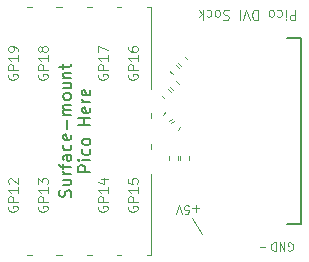
<source format=gbr>
%TF.GenerationSoftware,KiCad,Pcbnew,(5.1.9)-1*%
%TF.CreationDate,2021-02-17T22:30:47-05:00*%
%TF.ProjectId,dvi-sock,6476692d-736f-4636-9b2e-6b696361645f,rev?*%
%TF.SameCoordinates,Original*%
%TF.FileFunction,Legend,Top*%
%TF.FilePolarity,Positive*%
%FSLAX46Y46*%
G04 Gerber Fmt 4.6, Leading zero omitted, Abs format (unit mm)*
G04 Created by KiCad (PCBNEW (5.1.9)-1) date 2021-02-17 22:30:47*
%MOMM*%
%LPD*%
G01*
G04 APERTURE LIST*
%ADD10C,0.120000*%
%ADD11C,0.150000*%
G04 APERTURE END LIST*
D10*
X149000000Y-95500000D02*
X149400000Y-95500000D01*
X154400000Y-74500000D02*
X154100000Y-74500000D01*
X151500000Y-95500000D02*
X151900000Y-95500000D01*
X154400000Y-81400000D02*
X154400000Y-74500000D01*
X143900000Y-95500000D02*
X144300000Y-95500000D01*
X163600000Y-94800000D02*
X164100000Y-94800000D01*
X144300000Y-74500000D02*
X143900000Y-74500000D01*
X154400000Y-86100000D02*
X154400000Y-86500000D01*
X151900000Y-74500000D02*
X151500000Y-74500000D01*
X154400000Y-88600000D02*
X154400000Y-95500000D01*
X146900000Y-74500000D02*
X146400000Y-74500000D01*
X149400000Y-74500000D02*
X149000000Y-74500000D01*
X158750000Y-93750000D02*
X157900000Y-92400000D01*
X154400000Y-83500000D02*
X154400000Y-83900000D01*
X154400000Y-95500000D02*
X154100000Y-95500000D01*
X146400000Y-95500000D02*
X146900000Y-95500000D01*
X166637140Y-74732860D02*
X166637140Y-75632860D01*
X166637140Y-75632860D02*
X166332380Y-75632860D01*
X166332380Y-75632860D02*
X166256190Y-75590000D01*
X166256190Y-75590000D02*
X166218100Y-75547140D01*
X166218100Y-75547140D02*
X166180000Y-75461430D01*
X166180000Y-75461430D02*
X166180000Y-75332860D01*
X166180000Y-75332860D02*
X166218100Y-75247140D01*
X166218100Y-75247140D02*
X166256190Y-75204290D01*
X166256190Y-75204290D02*
X166332380Y-75161430D01*
X166332380Y-75161430D02*
X166637140Y-75161430D01*
X165837140Y-74732860D02*
X165837140Y-75332860D01*
X165837140Y-75632860D02*
X165875240Y-75590000D01*
X165875240Y-75590000D02*
X165837140Y-75547140D01*
X165837140Y-75547140D02*
X165799050Y-75590000D01*
X165799050Y-75590000D02*
X165837140Y-75632860D01*
X165837140Y-75632860D02*
X165837140Y-75547140D01*
X165113330Y-74775710D02*
X165189520Y-74732860D01*
X165189520Y-74732860D02*
X165341900Y-74732860D01*
X165341900Y-74732860D02*
X165418100Y-74775710D01*
X165418100Y-74775710D02*
X165456190Y-74818570D01*
X165456190Y-74818570D02*
X165494290Y-74904290D01*
X165494290Y-74904290D02*
X165494290Y-75161430D01*
X165494290Y-75161430D02*
X165456190Y-75247140D01*
X165456190Y-75247140D02*
X165418100Y-75290000D01*
X165418100Y-75290000D02*
X165341900Y-75332860D01*
X165341900Y-75332860D02*
X165189520Y-75332860D01*
X165189520Y-75332860D02*
X165113330Y-75290000D01*
X164656190Y-74732860D02*
X164732380Y-74775710D01*
X164732380Y-74775710D02*
X164770480Y-74818570D01*
X164770480Y-74818570D02*
X164808570Y-74904290D01*
X164808570Y-74904290D02*
X164808570Y-75161430D01*
X164808570Y-75161430D02*
X164770480Y-75247140D01*
X164770480Y-75247140D02*
X164732380Y-75290000D01*
X164732380Y-75290000D02*
X164656190Y-75332860D01*
X164656190Y-75332860D02*
X164541900Y-75332860D01*
X164541900Y-75332860D02*
X164465710Y-75290000D01*
X164465710Y-75290000D02*
X164427620Y-75247140D01*
X164427620Y-75247140D02*
X164389520Y-75161430D01*
X164389520Y-75161430D02*
X164389520Y-74904290D01*
X164389520Y-74904290D02*
X164427620Y-74818570D01*
X164427620Y-74818570D02*
X164465710Y-74775710D01*
X164465710Y-74775710D02*
X164541900Y-74732860D01*
X164541900Y-74732860D02*
X164656190Y-74732860D01*
X163437140Y-74732860D02*
X163437140Y-75632860D01*
X163437140Y-75632860D02*
X163246670Y-75632860D01*
X163246670Y-75632860D02*
X163132380Y-75590000D01*
X163132380Y-75590000D02*
X163056190Y-75504290D01*
X163056190Y-75504290D02*
X163018100Y-75418570D01*
X163018100Y-75418570D02*
X162980000Y-75247140D01*
X162980000Y-75247140D02*
X162980000Y-75118570D01*
X162980000Y-75118570D02*
X163018100Y-74947140D01*
X163018100Y-74947140D02*
X163056190Y-74861430D01*
X163056190Y-74861430D02*
X163132380Y-74775710D01*
X163132380Y-74775710D02*
X163246670Y-74732860D01*
X163246670Y-74732860D02*
X163437140Y-74732860D01*
X162751430Y-75632860D02*
X162484760Y-74732860D01*
X162484760Y-74732860D02*
X162218100Y-75632860D01*
X161951430Y-74732860D02*
X161951430Y-75632860D01*
X160999050Y-74775710D02*
X160884760Y-74732860D01*
X160884760Y-74732860D02*
X160694290Y-74732860D01*
X160694290Y-74732860D02*
X160618100Y-74775710D01*
X160618100Y-74775710D02*
X160580000Y-74818570D01*
X160580000Y-74818570D02*
X160541900Y-74904290D01*
X160541900Y-74904290D02*
X160541900Y-74990000D01*
X160541900Y-74990000D02*
X160580000Y-75075710D01*
X160580000Y-75075710D02*
X160618100Y-75118570D01*
X160618100Y-75118570D02*
X160694290Y-75161430D01*
X160694290Y-75161430D02*
X160846670Y-75204290D01*
X160846670Y-75204290D02*
X160922860Y-75247140D01*
X160922860Y-75247140D02*
X160960950Y-75290000D01*
X160960950Y-75290000D02*
X160999050Y-75375710D01*
X160999050Y-75375710D02*
X160999050Y-75461430D01*
X160999050Y-75461430D02*
X160960950Y-75547140D01*
X160960950Y-75547140D02*
X160922860Y-75590000D01*
X160922860Y-75590000D02*
X160846670Y-75632860D01*
X160846670Y-75632860D02*
X160656190Y-75632860D01*
X160656190Y-75632860D02*
X160541900Y-75590000D01*
X160084760Y-74732860D02*
X160160950Y-74775710D01*
X160160950Y-74775710D02*
X160199050Y-74818570D01*
X160199050Y-74818570D02*
X160237140Y-74904290D01*
X160237140Y-74904290D02*
X160237140Y-75161430D01*
X160237140Y-75161430D02*
X160199050Y-75247140D01*
X160199050Y-75247140D02*
X160160950Y-75290000D01*
X160160950Y-75290000D02*
X160084760Y-75332860D01*
X160084760Y-75332860D02*
X159970480Y-75332860D01*
X159970480Y-75332860D02*
X159894290Y-75290000D01*
X159894290Y-75290000D02*
X159856190Y-75247140D01*
X159856190Y-75247140D02*
X159818100Y-75161430D01*
X159818100Y-75161430D02*
X159818100Y-74904290D01*
X159818100Y-74904290D02*
X159856190Y-74818570D01*
X159856190Y-74818570D02*
X159894290Y-74775710D01*
X159894290Y-74775710D02*
X159970480Y-74732860D01*
X159970480Y-74732860D02*
X160084760Y-74732860D01*
X159132380Y-74775710D02*
X159208570Y-74732860D01*
X159208570Y-74732860D02*
X159360950Y-74732860D01*
X159360950Y-74732860D02*
X159437140Y-74775710D01*
X159437140Y-74775710D02*
X159475240Y-74818570D01*
X159475240Y-74818570D02*
X159513330Y-74904290D01*
X159513330Y-74904290D02*
X159513330Y-75161430D01*
X159513330Y-75161430D02*
X159475240Y-75247140D01*
X159475240Y-75247140D02*
X159437140Y-75290000D01*
X159437140Y-75290000D02*
X159360950Y-75332860D01*
X159360950Y-75332860D02*
X159208570Y-75332860D01*
X159208570Y-75332860D02*
X159132380Y-75290000D01*
X158789520Y-74732860D02*
X158789520Y-75632860D01*
X158713330Y-75075710D02*
X158484760Y-74732860D01*
X158484760Y-75332860D02*
X158789520Y-74990000D01*
X149968000Y-80200380D02*
X149929900Y-80276570D01*
X149929900Y-80276570D02*
X149929900Y-80390860D01*
X149929900Y-80390860D02*
X149968000Y-80505140D01*
X149968000Y-80505140D02*
X150044190Y-80581330D01*
X150044190Y-80581330D02*
X150120380Y-80619430D01*
X150120380Y-80619430D02*
X150272760Y-80657520D01*
X150272760Y-80657520D02*
X150387050Y-80657520D01*
X150387050Y-80657520D02*
X150539430Y-80619430D01*
X150539430Y-80619430D02*
X150615620Y-80581330D01*
X150615620Y-80581330D02*
X150691810Y-80505140D01*
X150691810Y-80505140D02*
X150729900Y-80390860D01*
X150729900Y-80390860D02*
X150729900Y-80314670D01*
X150729900Y-80314670D02*
X150691810Y-80200380D01*
X150691810Y-80200380D02*
X150653710Y-80162290D01*
X150653710Y-80162290D02*
X150387050Y-80162290D01*
X150387050Y-80162290D02*
X150387050Y-80314670D01*
X150729900Y-79819430D02*
X149929900Y-79819430D01*
X149929900Y-79819430D02*
X149929900Y-79514670D01*
X149929900Y-79514670D02*
X149968000Y-79438480D01*
X149968000Y-79438480D02*
X150006100Y-79400380D01*
X150006100Y-79400380D02*
X150082290Y-79362290D01*
X150082290Y-79362290D02*
X150196570Y-79362290D01*
X150196570Y-79362290D02*
X150272760Y-79400380D01*
X150272760Y-79400380D02*
X150310860Y-79438480D01*
X150310860Y-79438480D02*
X150348950Y-79514670D01*
X150348950Y-79514670D02*
X150348950Y-79819430D01*
X150729900Y-78600380D02*
X150729900Y-79057520D01*
X150729900Y-78828950D02*
X149929900Y-78828950D01*
X149929900Y-78828950D02*
X150044190Y-78905140D01*
X150044190Y-78905140D02*
X150120380Y-78981330D01*
X150120380Y-78981330D02*
X150158480Y-79057520D01*
X149929900Y-78333710D02*
X149929900Y-77800380D01*
X149929900Y-77800380D02*
X150729900Y-78143240D01*
X158450000Y-91550000D02*
X157916670Y-91550000D01*
X158183330Y-91283330D02*
X158183330Y-91816670D01*
X157250000Y-91983330D02*
X157583330Y-91983330D01*
X157583330Y-91983330D02*
X157616670Y-91650000D01*
X157616670Y-91650000D02*
X157583330Y-91683330D01*
X157583330Y-91683330D02*
X157516670Y-91716670D01*
X157516670Y-91716670D02*
X157350000Y-91716670D01*
X157350000Y-91716670D02*
X157283330Y-91683330D01*
X157283330Y-91683330D02*
X157250000Y-91650000D01*
X157250000Y-91650000D02*
X157216670Y-91583330D01*
X157216670Y-91583330D02*
X157216670Y-91416670D01*
X157216670Y-91416670D02*
X157250000Y-91350000D01*
X157250000Y-91350000D02*
X157283330Y-91316670D01*
X157283330Y-91316670D02*
X157350000Y-91283330D01*
X157350000Y-91283330D02*
X157516670Y-91283330D01*
X157516670Y-91283330D02*
X157583330Y-91316670D01*
X157583330Y-91316670D02*
X157616670Y-91350000D01*
X157016670Y-91983330D02*
X156783330Y-91283330D01*
X156783330Y-91283330D02*
X156550000Y-91983330D01*
X152508000Y-80200380D02*
X152469900Y-80276570D01*
X152469900Y-80276570D02*
X152469900Y-80390860D01*
X152469900Y-80390860D02*
X152508000Y-80505140D01*
X152508000Y-80505140D02*
X152584190Y-80581330D01*
X152584190Y-80581330D02*
X152660380Y-80619430D01*
X152660380Y-80619430D02*
X152812760Y-80657520D01*
X152812760Y-80657520D02*
X152927050Y-80657520D01*
X152927050Y-80657520D02*
X153079430Y-80619430D01*
X153079430Y-80619430D02*
X153155620Y-80581330D01*
X153155620Y-80581330D02*
X153231810Y-80505140D01*
X153231810Y-80505140D02*
X153269900Y-80390860D01*
X153269900Y-80390860D02*
X153269900Y-80314670D01*
X153269900Y-80314670D02*
X153231810Y-80200380D01*
X153231810Y-80200380D02*
X153193710Y-80162290D01*
X153193710Y-80162290D02*
X152927050Y-80162290D01*
X152927050Y-80162290D02*
X152927050Y-80314670D01*
X153269900Y-79819430D02*
X152469900Y-79819430D01*
X152469900Y-79819430D02*
X152469900Y-79514670D01*
X152469900Y-79514670D02*
X152508000Y-79438480D01*
X152508000Y-79438480D02*
X152546100Y-79400380D01*
X152546100Y-79400380D02*
X152622290Y-79362290D01*
X152622290Y-79362290D02*
X152736570Y-79362290D01*
X152736570Y-79362290D02*
X152812760Y-79400380D01*
X152812760Y-79400380D02*
X152850860Y-79438480D01*
X152850860Y-79438480D02*
X152888950Y-79514670D01*
X152888950Y-79514670D02*
X152888950Y-79819430D01*
X153269900Y-78600380D02*
X153269900Y-79057520D01*
X153269900Y-78828950D02*
X152469900Y-78828950D01*
X152469900Y-78828950D02*
X152584190Y-78905140D01*
X152584190Y-78905140D02*
X152660380Y-78981330D01*
X152660380Y-78981330D02*
X152698480Y-79057520D01*
X152469900Y-77914670D02*
X152469900Y-78067050D01*
X152469900Y-78067050D02*
X152508000Y-78143240D01*
X152508000Y-78143240D02*
X152546100Y-78181330D01*
X152546100Y-78181330D02*
X152660380Y-78257520D01*
X152660380Y-78257520D02*
X152812760Y-78295620D01*
X152812760Y-78295620D02*
X153117520Y-78295620D01*
X153117520Y-78295620D02*
X153193710Y-78257520D01*
X153193710Y-78257520D02*
X153231810Y-78219430D01*
X153231810Y-78219430D02*
X153269900Y-78143240D01*
X153269900Y-78143240D02*
X153269900Y-77990860D01*
X153269900Y-77990860D02*
X153231810Y-77914670D01*
X153231810Y-77914670D02*
X153193710Y-77876570D01*
X153193710Y-77876570D02*
X153117520Y-77838480D01*
X153117520Y-77838480D02*
X152927050Y-77838480D01*
X152927050Y-77838480D02*
X152850860Y-77876570D01*
X152850860Y-77876570D02*
X152812760Y-77914670D01*
X152812760Y-77914670D02*
X152774670Y-77990860D01*
X152774670Y-77990860D02*
X152774670Y-78143240D01*
X152774670Y-78143240D02*
X152812760Y-78219430D01*
X152812760Y-78219430D02*
X152850860Y-78257520D01*
X152850860Y-78257520D02*
X152927050Y-78295620D01*
X142348000Y-80200380D02*
X142309900Y-80276570D01*
X142309900Y-80276570D02*
X142309900Y-80390860D01*
X142309900Y-80390860D02*
X142348000Y-80505140D01*
X142348000Y-80505140D02*
X142424190Y-80581330D01*
X142424190Y-80581330D02*
X142500380Y-80619430D01*
X142500380Y-80619430D02*
X142652760Y-80657520D01*
X142652760Y-80657520D02*
X142767050Y-80657520D01*
X142767050Y-80657520D02*
X142919430Y-80619430D01*
X142919430Y-80619430D02*
X142995620Y-80581330D01*
X142995620Y-80581330D02*
X143071810Y-80505140D01*
X143071810Y-80505140D02*
X143109900Y-80390860D01*
X143109900Y-80390860D02*
X143109900Y-80314670D01*
X143109900Y-80314670D02*
X143071810Y-80200380D01*
X143071810Y-80200380D02*
X143033710Y-80162290D01*
X143033710Y-80162290D02*
X142767050Y-80162290D01*
X142767050Y-80162290D02*
X142767050Y-80314670D01*
X143109900Y-79819430D02*
X142309900Y-79819430D01*
X142309900Y-79819430D02*
X142309900Y-79514670D01*
X142309900Y-79514670D02*
X142348000Y-79438480D01*
X142348000Y-79438480D02*
X142386100Y-79400380D01*
X142386100Y-79400380D02*
X142462290Y-79362290D01*
X142462290Y-79362290D02*
X142576570Y-79362290D01*
X142576570Y-79362290D02*
X142652760Y-79400380D01*
X142652760Y-79400380D02*
X142690860Y-79438480D01*
X142690860Y-79438480D02*
X142728950Y-79514670D01*
X142728950Y-79514670D02*
X142728950Y-79819430D01*
X143109900Y-78600380D02*
X143109900Y-79057520D01*
X143109900Y-78828950D02*
X142309900Y-78828950D01*
X142309900Y-78828950D02*
X142424190Y-78905140D01*
X142424190Y-78905140D02*
X142500380Y-78981330D01*
X142500380Y-78981330D02*
X142538480Y-79057520D01*
X143109900Y-78219430D02*
X143109900Y-78067050D01*
X143109900Y-78067050D02*
X143071810Y-77990860D01*
X143071810Y-77990860D02*
X143033710Y-77952760D01*
X143033710Y-77952760D02*
X142919430Y-77876570D01*
X142919430Y-77876570D02*
X142767050Y-77838480D01*
X142767050Y-77838480D02*
X142462290Y-77838480D01*
X142462290Y-77838480D02*
X142386100Y-77876570D01*
X142386100Y-77876570D02*
X142348000Y-77914670D01*
X142348000Y-77914670D02*
X142309900Y-77990860D01*
X142309900Y-77990860D02*
X142309900Y-78143240D01*
X142309900Y-78143240D02*
X142348000Y-78219430D01*
X142348000Y-78219430D02*
X142386100Y-78257520D01*
X142386100Y-78257520D02*
X142462290Y-78295620D01*
X142462290Y-78295620D02*
X142652760Y-78295620D01*
X142652760Y-78295620D02*
X142728950Y-78257520D01*
X142728950Y-78257520D02*
X142767050Y-78219430D01*
X142767050Y-78219430D02*
X142805140Y-78143240D01*
X142805140Y-78143240D02*
X142805140Y-77990860D01*
X142805140Y-77990860D02*
X142767050Y-77914670D01*
X142767050Y-77914670D02*
X142728950Y-77876570D01*
X142728950Y-77876570D02*
X142652760Y-77838480D01*
X152508000Y-91376380D02*
X152469900Y-91452570D01*
X152469900Y-91452570D02*
X152469900Y-91566860D01*
X152469900Y-91566860D02*
X152508000Y-91681140D01*
X152508000Y-91681140D02*
X152584190Y-91757330D01*
X152584190Y-91757330D02*
X152660380Y-91795430D01*
X152660380Y-91795430D02*
X152812760Y-91833520D01*
X152812760Y-91833520D02*
X152927050Y-91833520D01*
X152927050Y-91833520D02*
X153079430Y-91795430D01*
X153079430Y-91795430D02*
X153155620Y-91757330D01*
X153155620Y-91757330D02*
X153231810Y-91681140D01*
X153231810Y-91681140D02*
X153269900Y-91566860D01*
X153269900Y-91566860D02*
X153269900Y-91490670D01*
X153269900Y-91490670D02*
X153231810Y-91376380D01*
X153231810Y-91376380D02*
X153193710Y-91338290D01*
X153193710Y-91338290D02*
X152927050Y-91338290D01*
X152927050Y-91338290D02*
X152927050Y-91490670D01*
X153269900Y-90995430D02*
X152469900Y-90995430D01*
X152469900Y-90995430D02*
X152469900Y-90690670D01*
X152469900Y-90690670D02*
X152508000Y-90614480D01*
X152508000Y-90614480D02*
X152546100Y-90576380D01*
X152546100Y-90576380D02*
X152622290Y-90538290D01*
X152622290Y-90538290D02*
X152736570Y-90538290D01*
X152736570Y-90538290D02*
X152812760Y-90576380D01*
X152812760Y-90576380D02*
X152850860Y-90614480D01*
X152850860Y-90614480D02*
X152888950Y-90690670D01*
X152888950Y-90690670D02*
X152888950Y-90995430D01*
X153269900Y-89776380D02*
X153269900Y-90233520D01*
X153269900Y-90004950D02*
X152469900Y-90004950D01*
X152469900Y-90004950D02*
X152584190Y-90081140D01*
X152584190Y-90081140D02*
X152660380Y-90157330D01*
X152660380Y-90157330D02*
X152698480Y-90233520D01*
X152469900Y-89052570D02*
X152469900Y-89433520D01*
X152469900Y-89433520D02*
X152850860Y-89471620D01*
X152850860Y-89471620D02*
X152812760Y-89433520D01*
X152812760Y-89433520D02*
X152774670Y-89357330D01*
X152774670Y-89357330D02*
X152774670Y-89166860D01*
X152774670Y-89166860D02*
X152812760Y-89090670D01*
X152812760Y-89090670D02*
X152850860Y-89052570D01*
X152850860Y-89052570D02*
X152927050Y-89014480D01*
X152927050Y-89014480D02*
X153117520Y-89014480D01*
X153117520Y-89014480D02*
X153193710Y-89052570D01*
X153193710Y-89052570D02*
X153231810Y-89090670D01*
X153231810Y-89090670D02*
X153269900Y-89166860D01*
X153269900Y-89166860D02*
X153269900Y-89357330D01*
X153269900Y-89357330D02*
X153231810Y-89433520D01*
X153231810Y-89433520D02*
X153193710Y-89471620D01*
D11*
X147599760Y-90571430D02*
X147647380Y-90428570D01*
X147647380Y-90428570D02*
X147647380Y-90190480D01*
X147647380Y-90190480D02*
X147599760Y-90095240D01*
X147599760Y-90095240D02*
X147552140Y-90047620D01*
X147552140Y-90047620D02*
X147456900Y-90000000D01*
X147456900Y-90000000D02*
X147361670Y-90000000D01*
X147361670Y-90000000D02*
X147266430Y-90047620D01*
X147266430Y-90047620D02*
X147218810Y-90095240D01*
X147218810Y-90095240D02*
X147171190Y-90190480D01*
X147171190Y-90190480D02*
X147123570Y-90380950D01*
X147123570Y-90380950D02*
X147075950Y-90476190D01*
X147075950Y-90476190D02*
X147028330Y-90523810D01*
X147028330Y-90523810D02*
X146933100Y-90571430D01*
X146933100Y-90571430D02*
X146837860Y-90571430D01*
X146837860Y-90571430D02*
X146742620Y-90523810D01*
X146742620Y-90523810D02*
X146695000Y-90476190D01*
X146695000Y-90476190D02*
X146647380Y-90380950D01*
X146647380Y-90380950D02*
X146647380Y-90142860D01*
X146647380Y-90142860D02*
X146695000Y-90000000D01*
X146980710Y-89142860D02*
X147647380Y-89142860D01*
X146980710Y-89571430D02*
X147504520Y-89571430D01*
X147504520Y-89571430D02*
X147599760Y-89523810D01*
X147599760Y-89523810D02*
X147647380Y-89428570D01*
X147647380Y-89428570D02*
X147647380Y-89285710D01*
X147647380Y-89285710D02*
X147599760Y-89190480D01*
X147599760Y-89190480D02*
X147552140Y-89142860D01*
X147647380Y-88666670D02*
X146980710Y-88666670D01*
X147171190Y-88666670D02*
X147075950Y-88619050D01*
X147075950Y-88619050D02*
X147028330Y-88571430D01*
X147028330Y-88571430D02*
X146980710Y-88476190D01*
X146980710Y-88476190D02*
X146980710Y-88380950D01*
X146980710Y-88190480D02*
X146980710Y-87809520D01*
X147647380Y-88047620D02*
X146790240Y-88047620D01*
X146790240Y-88047620D02*
X146695000Y-88000000D01*
X146695000Y-88000000D02*
X146647380Y-87904760D01*
X146647380Y-87904760D02*
X146647380Y-87809520D01*
X147647380Y-87047620D02*
X147123570Y-87047620D01*
X147123570Y-87047620D02*
X147028330Y-87095240D01*
X147028330Y-87095240D02*
X146980710Y-87190480D01*
X146980710Y-87190480D02*
X146980710Y-87380950D01*
X146980710Y-87380950D02*
X147028330Y-87476190D01*
X147599760Y-87047620D02*
X147647380Y-87142860D01*
X147647380Y-87142860D02*
X147647380Y-87380950D01*
X147647380Y-87380950D02*
X147599760Y-87476190D01*
X147599760Y-87476190D02*
X147504520Y-87523810D01*
X147504520Y-87523810D02*
X147409290Y-87523810D01*
X147409290Y-87523810D02*
X147314050Y-87476190D01*
X147314050Y-87476190D02*
X147266430Y-87380950D01*
X147266430Y-87380950D02*
X147266430Y-87142860D01*
X147266430Y-87142860D02*
X147218810Y-87047620D01*
X147599760Y-86142860D02*
X147647380Y-86238100D01*
X147647380Y-86238100D02*
X147647380Y-86428570D01*
X147647380Y-86428570D02*
X147599760Y-86523810D01*
X147599760Y-86523810D02*
X147552140Y-86571430D01*
X147552140Y-86571430D02*
X147456900Y-86619050D01*
X147456900Y-86619050D02*
X147171190Y-86619050D01*
X147171190Y-86619050D02*
X147075950Y-86571430D01*
X147075950Y-86571430D02*
X147028330Y-86523810D01*
X147028330Y-86523810D02*
X146980710Y-86428570D01*
X146980710Y-86428570D02*
X146980710Y-86238100D01*
X146980710Y-86238100D02*
X147028330Y-86142860D01*
X147599760Y-85333330D02*
X147647380Y-85428570D01*
X147647380Y-85428570D02*
X147647380Y-85619050D01*
X147647380Y-85619050D02*
X147599760Y-85714290D01*
X147599760Y-85714290D02*
X147504520Y-85761900D01*
X147504520Y-85761900D02*
X147123570Y-85761900D01*
X147123570Y-85761900D02*
X147028330Y-85714290D01*
X147028330Y-85714290D02*
X146980710Y-85619050D01*
X146980710Y-85619050D02*
X146980710Y-85428570D01*
X146980710Y-85428570D02*
X147028330Y-85333330D01*
X147028330Y-85333330D02*
X147123570Y-85285710D01*
X147123570Y-85285710D02*
X147218810Y-85285710D01*
X147218810Y-85285710D02*
X147314050Y-85761900D01*
X147266430Y-84857140D02*
X147266430Y-84095240D01*
X147647380Y-83619050D02*
X146980710Y-83619050D01*
X147075950Y-83619050D02*
X147028330Y-83571430D01*
X147028330Y-83571430D02*
X146980710Y-83476190D01*
X146980710Y-83476190D02*
X146980710Y-83333330D01*
X146980710Y-83333330D02*
X147028330Y-83238100D01*
X147028330Y-83238100D02*
X147123570Y-83190480D01*
X147123570Y-83190480D02*
X147647380Y-83190480D01*
X147123570Y-83190480D02*
X147028330Y-83142860D01*
X147028330Y-83142860D02*
X146980710Y-83047620D01*
X146980710Y-83047620D02*
X146980710Y-82904760D01*
X146980710Y-82904760D02*
X147028330Y-82809520D01*
X147028330Y-82809520D02*
X147123570Y-82761900D01*
X147123570Y-82761900D02*
X147647380Y-82761900D01*
X147647380Y-82142860D02*
X147599760Y-82238100D01*
X147599760Y-82238100D02*
X147552140Y-82285710D01*
X147552140Y-82285710D02*
X147456900Y-82333330D01*
X147456900Y-82333330D02*
X147171190Y-82333330D01*
X147171190Y-82333330D02*
X147075950Y-82285710D01*
X147075950Y-82285710D02*
X147028330Y-82238100D01*
X147028330Y-82238100D02*
X146980710Y-82142860D01*
X146980710Y-82142860D02*
X146980710Y-82000000D01*
X146980710Y-82000000D02*
X147028330Y-81904760D01*
X147028330Y-81904760D02*
X147075950Y-81857140D01*
X147075950Y-81857140D02*
X147171190Y-81809520D01*
X147171190Y-81809520D02*
X147456900Y-81809520D01*
X147456900Y-81809520D02*
X147552140Y-81857140D01*
X147552140Y-81857140D02*
X147599760Y-81904760D01*
X147599760Y-81904760D02*
X147647380Y-82000000D01*
X147647380Y-82000000D02*
X147647380Y-82142860D01*
X146980710Y-80952380D02*
X147647380Y-80952380D01*
X146980710Y-81380950D02*
X147504520Y-81380950D01*
X147504520Y-81380950D02*
X147599760Y-81333330D01*
X147599760Y-81333330D02*
X147647380Y-81238100D01*
X147647380Y-81238100D02*
X147647380Y-81095240D01*
X147647380Y-81095240D02*
X147599760Y-81000000D01*
X147599760Y-81000000D02*
X147552140Y-80952380D01*
X146980710Y-80476190D02*
X147647380Y-80476190D01*
X147075950Y-80476190D02*
X147028330Y-80428570D01*
X147028330Y-80428570D02*
X146980710Y-80333330D01*
X146980710Y-80333330D02*
X146980710Y-80190480D01*
X146980710Y-80190480D02*
X147028330Y-80095240D01*
X147028330Y-80095240D02*
X147123570Y-80047620D01*
X147123570Y-80047620D02*
X147647380Y-80047620D01*
X146980710Y-79714290D02*
X146980710Y-79333330D01*
X146647380Y-79571430D02*
X147504520Y-79571430D01*
X147504520Y-79571430D02*
X147599760Y-79523810D01*
X147599760Y-79523810D02*
X147647380Y-79428570D01*
X147647380Y-79428570D02*
X147647380Y-79333330D01*
X149257380Y-88452380D02*
X148257380Y-88452380D01*
X148257380Y-88452380D02*
X148257380Y-88071430D01*
X148257380Y-88071430D02*
X148305000Y-87976190D01*
X148305000Y-87976190D02*
X148352620Y-87928570D01*
X148352620Y-87928570D02*
X148447860Y-87880950D01*
X148447860Y-87880950D02*
X148590710Y-87880950D01*
X148590710Y-87880950D02*
X148685950Y-87928570D01*
X148685950Y-87928570D02*
X148733570Y-87976190D01*
X148733570Y-87976190D02*
X148781190Y-88071430D01*
X148781190Y-88071430D02*
X148781190Y-88452380D01*
X149257380Y-87452380D02*
X148590710Y-87452380D01*
X148257380Y-87452380D02*
X148305000Y-87500000D01*
X148305000Y-87500000D02*
X148352620Y-87452380D01*
X148352620Y-87452380D02*
X148305000Y-87404760D01*
X148305000Y-87404760D02*
X148257380Y-87452380D01*
X148257380Y-87452380D02*
X148352620Y-87452380D01*
X149209760Y-86547620D02*
X149257380Y-86642860D01*
X149257380Y-86642860D02*
X149257380Y-86833330D01*
X149257380Y-86833330D02*
X149209760Y-86928570D01*
X149209760Y-86928570D02*
X149162140Y-86976190D01*
X149162140Y-86976190D02*
X149066900Y-87023810D01*
X149066900Y-87023810D02*
X148781190Y-87023810D01*
X148781190Y-87023810D02*
X148685950Y-86976190D01*
X148685950Y-86976190D02*
X148638330Y-86928570D01*
X148638330Y-86928570D02*
X148590710Y-86833330D01*
X148590710Y-86833330D02*
X148590710Y-86642860D01*
X148590710Y-86642860D02*
X148638330Y-86547620D01*
X149257380Y-85976190D02*
X149209760Y-86071430D01*
X149209760Y-86071430D02*
X149162140Y-86119050D01*
X149162140Y-86119050D02*
X149066900Y-86166670D01*
X149066900Y-86166670D02*
X148781190Y-86166670D01*
X148781190Y-86166670D02*
X148685950Y-86119050D01*
X148685950Y-86119050D02*
X148638330Y-86071430D01*
X148638330Y-86071430D02*
X148590710Y-85976190D01*
X148590710Y-85976190D02*
X148590710Y-85833330D01*
X148590710Y-85833330D02*
X148638330Y-85738100D01*
X148638330Y-85738100D02*
X148685950Y-85690480D01*
X148685950Y-85690480D02*
X148781190Y-85642860D01*
X148781190Y-85642860D02*
X149066900Y-85642860D01*
X149066900Y-85642860D02*
X149162140Y-85690480D01*
X149162140Y-85690480D02*
X149209760Y-85738100D01*
X149209760Y-85738100D02*
X149257380Y-85833330D01*
X149257380Y-85833330D02*
X149257380Y-85976190D01*
X149257380Y-84452380D02*
X148257380Y-84452380D01*
X148733570Y-84452380D02*
X148733570Y-83880950D01*
X149257380Y-83880950D02*
X148257380Y-83880950D01*
X149209760Y-83023810D02*
X149257380Y-83119050D01*
X149257380Y-83119050D02*
X149257380Y-83309520D01*
X149257380Y-83309520D02*
X149209760Y-83404760D01*
X149209760Y-83404760D02*
X149114520Y-83452380D01*
X149114520Y-83452380D02*
X148733570Y-83452380D01*
X148733570Y-83452380D02*
X148638330Y-83404760D01*
X148638330Y-83404760D02*
X148590710Y-83309520D01*
X148590710Y-83309520D02*
X148590710Y-83119050D01*
X148590710Y-83119050D02*
X148638330Y-83023810D01*
X148638330Y-83023810D02*
X148733570Y-82976190D01*
X148733570Y-82976190D02*
X148828810Y-82976190D01*
X148828810Y-82976190D02*
X148924050Y-83452380D01*
X149257380Y-82547620D02*
X148590710Y-82547620D01*
X148781190Y-82547620D02*
X148685950Y-82500000D01*
X148685950Y-82500000D02*
X148638330Y-82452380D01*
X148638330Y-82452380D02*
X148590710Y-82357140D01*
X148590710Y-82357140D02*
X148590710Y-82261900D01*
X149209760Y-81547620D02*
X149257380Y-81642860D01*
X149257380Y-81642860D02*
X149257380Y-81833330D01*
X149257380Y-81833330D02*
X149209760Y-81928570D01*
X149209760Y-81928570D02*
X149114520Y-81976190D01*
X149114520Y-81976190D02*
X148733570Y-81976190D01*
X148733570Y-81976190D02*
X148638330Y-81928570D01*
X148638330Y-81928570D02*
X148590710Y-81833330D01*
X148590710Y-81833330D02*
X148590710Y-81642860D01*
X148590710Y-81642860D02*
X148638330Y-81547620D01*
X148638330Y-81547620D02*
X148733570Y-81500000D01*
X148733570Y-81500000D02*
X148828810Y-81500000D01*
X148828810Y-81500000D02*
X148924050Y-81976190D01*
D10*
X144888000Y-91376380D02*
X144849900Y-91452570D01*
X144849900Y-91452570D02*
X144849900Y-91566860D01*
X144849900Y-91566860D02*
X144888000Y-91681140D01*
X144888000Y-91681140D02*
X144964190Y-91757330D01*
X144964190Y-91757330D02*
X145040380Y-91795430D01*
X145040380Y-91795430D02*
X145192760Y-91833520D01*
X145192760Y-91833520D02*
X145307050Y-91833520D01*
X145307050Y-91833520D02*
X145459430Y-91795430D01*
X145459430Y-91795430D02*
X145535620Y-91757330D01*
X145535620Y-91757330D02*
X145611810Y-91681140D01*
X145611810Y-91681140D02*
X145649900Y-91566860D01*
X145649900Y-91566860D02*
X145649900Y-91490670D01*
X145649900Y-91490670D02*
X145611810Y-91376380D01*
X145611810Y-91376380D02*
X145573710Y-91338290D01*
X145573710Y-91338290D02*
X145307050Y-91338290D01*
X145307050Y-91338290D02*
X145307050Y-91490670D01*
X145649900Y-90995430D02*
X144849900Y-90995430D01*
X144849900Y-90995430D02*
X144849900Y-90690670D01*
X144849900Y-90690670D02*
X144888000Y-90614480D01*
X144888000Y-90614480D02*
X144926100Y-90576380D01*
X144926100Y-90576380D02*
X145002290Y-90538290D01*
X145002290Y-90538290D02*
X145116570Y-90538290D01*
X145116570Y-90538290D02*
X145192760Y-90576380D01*
X145192760Y-90576380D02*
X145230860Y-90614480D01*
X145230860Y-90614480D02*
X145268950Y-90690670D01*
X145268950Y-90690670D02*
X145268950Y-90995430D01*
X145649900Y-89776380D02*
X145649900Y-90233520D01*
X145649900Y-90004950D02*
X144849900Y-90004950D01*
X144849900Y-90004950D02*
X144964190Y-90081140D01*
X144964190Y-90081140D02*
X145040380Y-90157330D01*
X145040380Y-90157330D02*
X145078480Y-90233520D01*
X144849900Y-89509710D02*
X144849900Y-89014480D01*
X144849900Y-89014480D02*
X145154670Y-89281140D01*
X145154670Y-89281140D02*
X145154670Y-89166860D01*
X145154670Y-89166860D02*
X145192760Y-89090670D01*
X145192760Y-89090670D02*
X145230860Y-89052570D01*
X145230860Y-89052570D02*
X145307050Y-89014480D01*
X145307050Y-89014480D02*
X145497520Y-89014480D01*
X145497520Y-89014480D02*
X145573710Y-89052570D01*
X145573710Y-89052570D02*
X145611810Y-89090670D01*
X145611810Y-89090670D02*
X145649900Y-89166860D01*
X145649900Y-89166860D02*
X145649900Y-89395430D01*
X145649900Y-89395430D02*
X145611810Y-89471620D01*
X145611810Y-89471620D02*
X145573710Y-89509710D01*
X149968000Y-91376380D02*
X149929900Y-91452570D01*
X149929900Y-91452570D02*
X149929900Y-91566860D01*
X149929900Y-91566860D02*
X149968000Y-91681140D01*
X149968000Y-91681140D02*
X150044190Y-91757330D01*
X150044190Y-91757330D02*
X150120380Y-91795430D01*
X150120380Y-91795430D02*
X150272760Y-91833520D01*
X150272760Y-91833520D02*
X150387050Y-91833520D01*
X150387050Y-91833520D02*
X150539430Y-91795430D01*
X150539430Y-91795430D02*
X150615620Y-91757330D01*
X150615620Y-91757330D02*
X150691810Y-91681140D01*
X150691810Y-91681140D02*
X150729900Y-91566860D01*
X150729900Y-91566860D02*
X150729900Y-91490670D01*
X150729900Y-91490670D02*
X150691810Y-91376380D01*
X150691810Y-91376380D02*
X150653710Y-91338290D01*
X150653710Y-91338290D02*
X150387050Y-91338290D01*
X150387050Y-91338290D02*
X150387050Y-91490670D01*
X150729900Y-90995430D02*
X149929900Y-90995430D01*
X149929900Y-90995430D02*
X149929900Y-90690670D01*
X149929900Y-90690670D02*
X149968000Y-90614480D01*
X149968000Y-90614480D02*
X150006100Y-90576380D01*
X150006100Y-90576380D02*
X150082290Y-90538290D01*
X150082290Y-90538290D02*
X150196570Y-90538290D01*
X150196570Y-90538290D02*
X150272760Y-90576380D01*
X150272760Y-90576380D02*
X150310860Y-90614480D01*
X150310860Y-90614480D02*
X150348950Y-90690670D01*
X150348950Y-90690670D02*
X150348950Y-90995430D01*
X150729900Y-89776380D02*
X150729900Y-90233520D01*
X150729900Y-90004950D02*
X149929900Y-90004950D01*
X149929900Y-90004950D02*
X150044190Y-90081140D01*
X150044190Y-90081140D02*
X150120380Y-90157330D01*
X150120380Y-90157330D02*
X150158480Y-90233520D01*
X150196570Y-89090670D02*
X150729900Y-89090670D01*
X149891810Y-89281140D02*
X150463240Y-89471620D01*
X150463240Y-89471620D02*
X150463240Y-88976380D01*
X166033330Y-95100000D02*
X166100000Y-95133330D01*
X166100000Y-95133330D02*
X166200000Y-95133330D01*
X166200000Y-95133330D02*
X166300000Y-95100000D01*
X166300000Y-95100000D02*
X166366670Y-95033330D01*
X166366670Y-95033330D02*
X166400000Y-94966670D01*
X166400000Y-94966670D02*
X166433330Y-94833330D01*
X166433330Y-94833330D02*
X166433330Y-94733330D01*
X166433330Y-94733330D02*
X166400000Y-94600000D01*
X166400000Y-94600000D02*
X166366670Y-94533330D01*
X166366670Y-94533330D02*
X166300000Y-94466670D01*
X166300000Y-94466670D02*
X166200000Y-94433330D01*
X166200000Y-94433330D02*
X166133330Y-94433330D01*
X166133330Y-94433330D02*
X166033330Y-94466670D01*
X166033330Y-94466670D02*
X166000000Y-94500000D01*
X166000000Y-94500000D02*
X166000000Y-94733330D01*
X166000000Y-94733330D02*
X166133330Y-94733330D01*
X165700000Y-94433330D02*
X165700000Y-95133330D01*
X165700000Y-95133330D02*
X165300000Y-94433330D01*
X165300000Y-94433330D02*
X165300000Y-95133330D01*
X164966670Y-94433330D02*
X164966670Y-95133330D01*
X164966670Y-95133330D02*
X164800000Y-95133330D01*
X164800000Y-95133330D02*
X164700000Y-95100000D01*
X164700000Y-95100000D02*
X164633330Y-95033330D01*
X164633330Y-95033330D02*
X164600000Y-94966670D01*
X164600000Y-94966670D02*
X164566670Y-94833330D01*
X164566670Y-94833330D02*
X164566670Y-94733330D01*
X164566670Y-94733330D02*
X164600000Y-94600000D01*
X164600000Y-94600000D02*
X164633330Y-94533330D01*
X164633330Y-94533330D02*
X164700000Y-94466670D01*
X164700000Y-94466670D02*
X164800000Y-94433330D01*
X164800000Y-94433330D02*
X164966670Y-94433330D01*
X142348000Y-91376380D02*
X142309900Y-91452570D01*
X142309900Y-91452570D02*
X142309900Y-91566860D01*
X142309900Y-91566860D02*
X142348000Y-91681140D01*
X142348000Y-91681140D02*
X142424190Y-91757330D01*
X142424190Y-91757330D02*
X142500380Y-91795430D01*
X142500380Y-91795430D02*
X142652760Y-91833520D01*
X142652760Y-91833520D02*
X142767050Y-91833520D01*
X142767050Y-91833520D02*
X142919430Y-91795430D01*
X142919430Y-91795430D02*
X142995620Y-91757330D01*
X142995620Y-91757330D02*
X143071810Y-91681140D01*
X143071810Y-91681140D02*
X143109900Y-91566860D01*
X143109900Y-91566860D02*
X143109900Y-91490670D01*
X143109900Y-91490670D02*
X143071810Y-91376380D01*
X143071810Y-91376380D02*
X143033710Y-91338290D01*
X143033710Y-91338290D02*
X142767050Y-91338290D01*
X142767050Y-91338290D02*
X142767050Y-91490670D01*
X143109900Y-90995430D02*
X142309900Y-90995430D01*
X142309900Y-90995430D02*
X142309900Y-90690670D01*
X142309900Y-90690670D02*
X142348000Y-90614480D01*
X142348000Y-90614480D02*
X142386100Y-90576380D01*
X142386100Y-90576380D02*
X142462290Y-90538290D01*
X142462290Y-90538290D02*
X142576570Y-90538290D01*
X142576570Y-90538290D02*
X142652760Y-90576380D01*
X142652760Y-90576380D02*
X142690860Y-90614480D01*
X142690860Y-90614480D02*
X142728950Y-90690670D01*
X142728950Y-90690670D02*
X142728950Y-90995430D01*
X143109900Y-89776380D02*
X143109900Y-90233520D01*
X143109900Y-90004950D02*
X142309900Y-90004950D01*
X142309900Y-90004950D02*
X142424190Y-90081140D01*
X142424190Y-90081140D02*
X142500380Y-90157330D01*
X142500380Y-90157330D02*
X142538480Y-90233520D01*
X142386100Y-89471620D02*
X142348000Y-89433520D01*
X142348000Y-89433520D02*
X142309900Y-89357330D01*
X142309900Y-89357330D02*
X142309900Y-89166860D01*
X142309900Y-89166860D02*
X142348000Y-89090670D01*
X142348000Y-89090670D02*
X142386100Y-89052570D01*
X142386100Y-89052570D02*
X142462290Y-89014480D01*
X142462290Y-89014480D02*
X142538480Y-89014480D01*
X142538480Y-89014480D02*
X142652760Y-89052570D01*
X142652760Y-89052570D02*
X143109900Y-89509710D01*
X143109900Y-89509710D02*
X143109900Y-89014480D01*
X144888000Y-80200380D02*
X144849900Y-80276570D01*
X144849900Y-80276570D02*
X144849900Y-80390860D01*
X144849900Y-80390860D02*
X144888000Y-80505140D01*
X144888000Y-80505140D02*
X144964190Y-80581330D01*
X144964190Y-80581330D02*
X145040380Y-80619430D01*
X145040380Y-80619430D02*
X145192760Y-80657520D01*
X145192760Y-80657520D02*
X145307050Y-80657520D01*
X145307050Y-80657520D02*
X145459430Y-80619430D01*
X145459430Y-80619430D02*
X145535620Y-80581330D01*
X145535620Y-80581330D02*
X145611810Y-80505140D01*
X145611810Y-80505140D02*
X145649900Y-80390860D01*
X145649900Y-80390860D02*
X145649900Y-80314670D01*
X145649900Y-80314670D02*
X145611810Y-80200380D01*
X145611810Y-80200380D02*
X145573710Y-80162290D01*
X145573710Y-80162290D02*
X145307050Y-80162290D01*
X145307050Y-80162290D02*
X145307050Y-80314670D01*
X145649900Y-79819430D02*
X144849900Y-79819430D01*
X144849900Y-79819430D02*
X144849900Y-79514670D01*
X144849900Y-79514670D02*
X144888000Y-79438480D01*
X144888000Y-79438480D02*
X144926100Y-79400380D01*
X144926100Y-79400380D02*
X145002290Y-79362290D01*
X145002290Y-79362290D02*
X145116570Y-79362290D01*
X145116570Y-79362290D02*
X145192760Y-79400380D01*
X145192760Y-79400380D02*
X145230860Y-79438480D01*
X145230860Y-79438480D02*
X145268950Y-79514670D01*
X145268950Y-79514670D02*
X145268950Y-79819430D01*
X145649900Y-78600380D02*
X145649900Y-79057520D01*
X145649900Y-78828950D02*
X144849900Y-78828950D01*
X144849900Y-78828950D02*
X144964190Y-78905140D01*
X144964190Y-78905140D02*
X145040380Y-78981330D01*
X145040380Y-78981330D02*
X145078480Y-79057520D01*
X145192760Y-78143240D02*
X145154670Y-78219430D01*
X145154670Y-78219430D02*
X145116570Y-78257520D01*
X145116570Y-78257520D02*
X145040380Y-78295620D01*
X145040380Y-78295620D02*
X145002290Y-78295620D01*
X145002290Y-78295620D02*
X144926100Y-78257520D01*
X144926100Y-78257520D02*
X144888000Y-78219430D01*
X144888000Y-78219430D02*
X144849900Y-78143240D01*
X144849900Y-78143240D02*
X144849900Y-77990860D01*
X144849900Y-77990860D02*
X144888000Y-77914670D01*
X144888000Y-77914670D02*
X144926100Y-77876570D01*
X144926100Y-77876570D02*
X145002290Y-77838480D01*
X145002290Y-77838480D02*
X145040380Y-77838480D01*
X145040380Y-77838480D02*
X145116570Y-77876570D01*
X145116570Y-77876570D02*
X145154670Y-77914670D01*
X145154670Y-77914670D02*
X145192760Y-77990860D01*
X145192760Y-77990860D02*
X145192760Y-78143240D01*
X145192760Y-78143240D02*
X145230860Y-78219430D01*
X145230860Y-78219430D02*
X145268950Y-78257520D01*
X145268950Y-78257520D02*
X145345140Y-78295620D01*
X145345140Y-78295620D02*
X145497520Y-78295620D01*
X145497520Y-78295620D02*
X145573710Y-78257520D01*
X145573710Y-78257520D02*
X145611810Y-78219430D01*
X145611810Y-78219430D02*
X145649900Y-78143240D01*
X145649900Y-78143240D02*
X145649900Y-77990860D01*
X145649900Y-77990860D02*
X145611810Y-77914670D01*
X145611810Y-77914670D02*
X145573710Y-77876570D01*
X145573710Y-77876570D02*
X145497520Y-77838480D01*
X145497520Y-77838480D02*
X145345140Y-77838480D01*
X145345140Y-77838480D02*
X145268950Y-77876570D01*
X145268950Y-77876570D02*
X145230860Y-77914670D01*
X145230860Y-77914670D02*
X145192760Y-77990860D01*
X156560060Y-79422660D02*
X156777340Y-79639940D01*
X156022660Y-79960060D02*
X156239940Y-80177340D01*
X157630000Y-87453640D02*
X157630000Y-87146360D01*
X156870000Y-87453640D02*
X156870000Y-87146360D01*
X156660060Y-84877340D02*
X156877340Y-84660060D01*
X156122660Y-84339940D02*
X156339940Y-84122660D01*
X156722660Y-79260060D02*
X156939940Y-79477340D01*
X157260060Y-78722660D02*
X157477340Y-78939940D01*
X156680000Y-87453640D02*
X156680000Y-87146360D01*
X155920000Y-87453640D02*
X155920000Y-87146360D01*
X156560060Y-80772660D02*
X156777340Y-80989940D01*
X156022660Y-81310060D02*
X156239940Y-81527340D01*
X155422660Y-83639940D02*
X155639940Y-83422660D01*
X155960060Y-84177340D02*
X156177340Y-83960060D01*
X155860060Y-81472660D02*
X156077340Y-81689940D01*
X155322660Y-82010060D02*
X155539940Y-82227340D01*
D11*
%TO.C,J4*%
X167099960Y-77099400D02*
X167099960Y-92899400D01*
X167099960Y-92899400D02*
X165899960Y-92899400D01*
X167099960Y-77099400D02*
X165899960Y-77099400D01*
D10*
%TO.C,R8*%
X157628860Y-87453441D02*
X157628860Y-87146159D01*
X156868860Y-87453441D02*
X156868860Y-87146159D01*
%TO.C,R7*%
X156678900Y-87453441D02*
X156678900Y-87146159D01*
X155918900Y-87453441D02*
X155918900Y-87146159D01*
%TO.C,R1*%
X156721659Y-79260740D02*
X156938940Y-79478021D01*
X157259060Y-78723339D02*
X157476341Y-78940620D01*
%TO.C,R2*%
X156020619Y-79959240D02*
X156237900Y-80176521D01*
X156558020Y-79421839D02*
X156775301Y-79639120D01*
%TO.C,R4*%
X155322119Y-82009020D02*
X155539400Y-82226301D01*
X155859520Y-81471619D02*
X156076801Y-81688900D01*
%TO.C,R3*%
X156023159Y-81310520D02*
X156240440Y-81527801D01*
X156560560Y-80773119D02*
X156777841Y-80990400D01*
%TO.C,R6*%
X156659620Y-84878061D02*
X156876901Y-84660780D01*
X156122219Y-84340660D02*
X156339500Y-84123379D01*
%TO.C,R5*%
X155958580Y-84179561D02*
X156175861Y-83962280D01*
X155421179Y-83642160D02*
X155638460Y-83424879D01*
%TD*%
M02*

</source>
